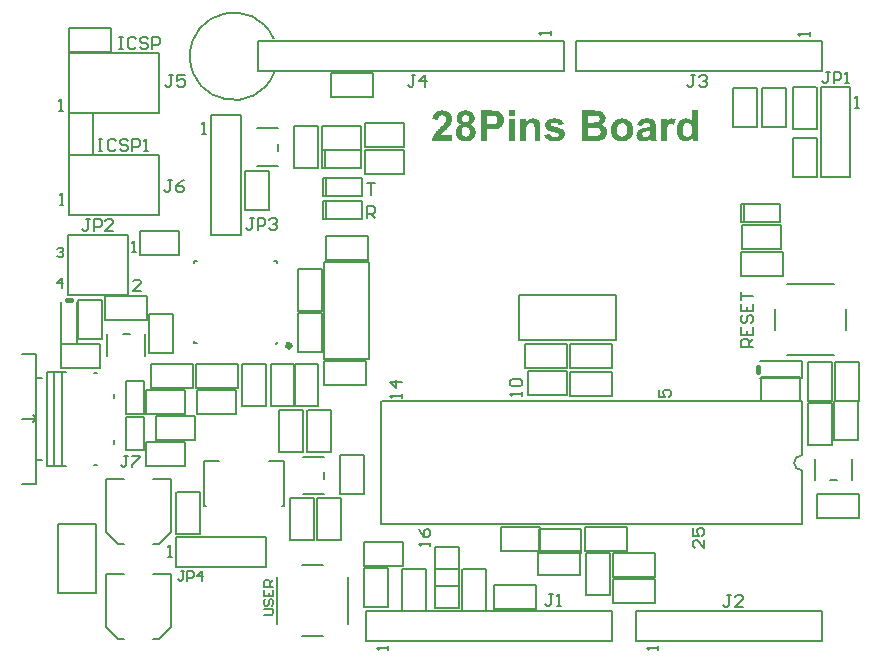
<source format=gto>
G04*
G04 #@! TF.GenerationSoftware,Altium Limited,Altium Designer,21.0.8 (223)*
G04*
G04 Layer_Color=65535*
%FSLAX44Y44*%
%MOMM*%
G71*
G04*
G04 #@! TF.SameCoordinates,CB068B56-A197-48A0-A871-B344E5AE3D22*
G04*
G04*
G04 #@! TF.FilePolarity,Positive*
G04*
G01*
G75*
%ADD10C,0.2000*%
%ADD11C,0.5000*%
%ADD12C,0.4000*%
%ADD13C,0.1500*%
G36*
X390311Y457589D02*
X385392D01*
Y462118D01*
X390311D01*
Y457589D01*
D02*
G37*
G36*
X545650Y436469D02*
X541082D01*
Y439162D01*
X541043Y439084D01*
X540887Y438889D01*
X540614Y438616D01*
X540302Y438264D01*
X539911Y437913D01*
X539443Y437484D01*
X538935Y437132D01*
X538350Y436781D01*
X538271Y436742D01*
X538076Y436664D01*
X537803Y436547D01*
X537413Y436390D01*
X536944Y436234D01*
X536398Y436117D01*
X535851Y436039D01*
X535266Y436000D01*
X534953D01*
X534719Y436039D01*
X534446Y436078D01*
X534133Y436156D01*
X533391Y436312D01*
X532533Y436625D01*
X532064Y436820D01*
X531596Y437093D01*
X531127Y437366D01*
X530698Y437718D01*
X530229Y438108D01*
X529800Y438577D01*
X529761Y438616D01*
X529722Y438694D01*
X529605Y438850D01*
X529449Y439045D01*
X529292Y439318D01*
X529097Y439631D01*
X528863Y440021D01*
X528668Y440451D01*
X528473Y440919D01*
X528238Y441466D01*
X528043Y442051D01*
X527887Y442715D01*
X527731Y443378D01*
X527653Y444120D01*
X527575Y444940D01*
X527536Y445760D01*
Y445799D01*
Y445955D01*
Y446228D01*
X527575Y446541D01*
X527614Y446931D01*
X527653Y447400D01*
X527731Y447907D01*
X527809Y448415D01*
X528082Y449586D01*
X528473Y450796D01*
X528707Y451382D01*
X529019Y451928D01*
X529331Y452475D01*
X529722Y452943D01*
X529761Y452982D01*
X529839Y453060D01*
X529956Y453177D01*
X530112Y453334D01*
X530346Y453529D01*
X530620Y453724D01*
X530932Y453958D01*
X531244Y454193D01*
X531635Y454427D01*
X532064Y454661D01*
X533040Y455051D01*
X533548Y455208D01*
X534133Y455325D01*
X534719Y455403D01*
X535344Y455442D01*
X535656D01*
X535851Y455403D01*
X536124Y455364D01*
X536437Y455286D01*
X537178Y455130D01*
X537998Y454817D01*
X538467Y454583D01*
X538935Y454349D01*
X539365Y454036D01*
X539833Y453685D01*
X540302Y453295D01*
X540731Y452826D01*
Y462118D01*
X545650D01*
Y436469D01*
D02*
G37*
G36*
X523866Y455403D02*
X524295Y455325D01*
X524764Y455208D01*
X525349Y455051D01*
X525935Y454817D01*
X526521Y454505D01*
X524998Y450210D01*
X524959Y450249D01*
X524803Y450328D01*
X524529Y450484D01*
X524256Y450640D01*
X523866Y450757D01*
X523475Y450913D01*
X523085Y450991D01*
X522656Y451030D01*
X522499D01*
X522304Y450991D01*
X522070Y450952D01*
X521797Y450874D01*
X521484Y450796D01*
X521172Y450640D01*
X520899Y450445D01*
X520860Y450406D01*
X520782Y450328D01*
X520665Y450172D01*
X520508Y449976D01*
X520313Y449703D01*
X520118Y449313D01*
X519923Y448883D01*
X519767Y448376D01*
Y448298D01*
X519728Y448219D01*
X519689Y448063D01*
Y447907D01*
X519650Y447673D01*
X519610Y447361D01*
X519571Y447048D01*
X519532Y446658D01*
X519493Y446228D01*
X519454Y445721D01*
Y445135D01*
X519415Y444511D01*
X519376Y443808D01*
Y443027D01*
Y442168D01*
Y436469D01*
X514457D01*
Y455051D01*
X519025D01*
Y452436D01*
X519064Y452475D01*
X519220Y452709D01*
X519454Y453021D01*
X519728Y453412D01*
X520040Y453841D01*
X520391Y454232D01*
X520782Y454583D01*
X521133Y454856D01*
X521172Y454895D01*
X521289Y454934D01*
X521484Y455051D01*
X521758Y455169D01*
X522070Y455247D01*
X522421Y455364D01*
X522812Y455403D01*
X523241Y455442D01*
X523515D01*
X523866Y455403D01*
D02*
G37*
G36*
X406512D02*
X406903Y455364D01*
X407371Y455286D01*
X407879Y455208D01*
X408386Y455051D01*
X408894Y454856D01*
X408972Y454817D01*
X409128Y454739D01*
X409362Y454622D01*
X409635Y454466D01*
X409987Y454232D01*
X410299Y453958D01*
X410650Y453685D01*
X410924Y453334D01*
X410963Y453295D01*
X411041Y453177D01*
X411158Y452982D01*
X411314Y452748D01*
X411470Y452436D01*
X411626Y452084D01*
X411783Y451694D01*
X411900Y451265D01*
Y451226D01*
X411939Y451069D01*
X411978Y450796D01*
X412056Y450445D01*
X412095Y449976D01*
X412134Y449391D01*
X412173Y448727D01*
Y447985D01*
Y436469D01*
X407254D01*
Y445916D01*
Y445955D01*
Y446033D01*
Y446189D01*
Y446385D01*
Y446658D01*
Y446931D01*
X407215Y447517D01*
X407176Y448180D01*
X407098Y448805D01*
X407020Y449352D01*
X406981Y449586D01*
X406903Y449781D01*
Y449820D01*
X406864Y449937D01*
X406786Y450093D01*
X406668Y450289D01*
X406356Y450757D01*
X405888Y451186D01*
X405849Y451226D01*
X405770Y451265D01*
X405614Y451343D01*
X405419Y451460D01*
X405185Y451538D01*
X404873Y451616D01*
X404560Y451655D01*
X404209Y451694D01*
X403975D01*
X403740Y451655D01*
X403428Y451616D01*
X403077Y451538D01*
X402686Y451382D01*
X402296Y451226D01*
X401906Y450991D01*
X401866Y450952D01*
X401749Y450874D01*
X401593Y450718D01*
X401359Y450484D01*
X401164Y450210D01*
X400929Y449898D01*
X400695Y449547D01*
X400539Y449117D01*
Y449078D01*
X400500Y448883D01*
X400422Y448610D01*
X400383Y448180D01*
X400344Y447907D01*
X400305Y447595D01*
X400266Y447243D01*
X400227Y446853D01*
Y446424D01*
X400188Y445955D01*
Y445409D01*
Y444862D01*
Y436469D01*
X395269D01*
Y455051D01*
X399836D01*
Y452319D01*
X399875Y452358D01*
X399953Y452436D01*
X400071Y452592D01*
X400266Y452826D01*
X400500Y453060D01*
X400812Y453295D01*
X401125Y453607D01*
X401515Y453880D01*
X401945Y454154D01*
X402374Y454466D01*
X402882Y454700D01*
X403428Y454973D01*
X404014Y455169D01*
X404599Y455325D01*
X405263Y455403D01*
X405927Y455442D01*
X406200D01*
X406512Y455403D01*
D02*
G37*
G36*
X424861D02*
X425251Y455364D01*
X426071Y455286D01*
X426969Y455130D01*
X427945Y454934D01*
X428804Y454622D01*
X429233Y454427D01*
X429585Y454193D01*
X429624D01*
X429663Y454154D01*
X429897Y453958D01*
X430209Y453685D01*
X430600Y453256D01*
X431029Y452748D01*
X431459Y452123D01*
X431849Y451421D01*
X432161Y450562D01*
X427516Y449703D01*
Y449742D01*
X427438Y449859D01*
X427359Y450054D01*
X427242Y450289D01*
X427086Y450562D01*
X426891Y450835D01*
X426657Y451108D01*
X426344Y451343D01*
X426305Y451382D01*
X426188Y451421D01*
X425993Y451538D01*
X425759Y451655D01*
X425407Y451733D01*
X425017Y451850D01*
X424549Y451889D01*
X424002Y451928D01*
X423690D01*
X423338Y451889D01*
X422909Y451850D01*
X422011Y451694D01*
X421582Y451577D01*
X421230Y451382D01*
X421191D01*
X421152Y451304D01*
X420957Y451108D01*
X420762Y450796D01*
X420723Y450601D01*
X420684Y450367D01*
Y450328D01*
Y450289D01*
X420762Y450054D01*
X420879Y449742D01*
X420996Y449625D01*
X421152Y449469D01*
X421191Y449430D01*
X421308Y449391D01*
X421582Y449273D01*
X421738Y449196D01*
X421972Y449117D01*
X422245Y449000D01*
X422557Y448922D01*
X422948Y448805D01*
X423377Y448649D01*
X423846Y448532D01*
X424392Y448376D01*
X425017Y448219D01*
X425720Y448063D01*
X425759D01*
X425876Y448024D01*
X426110Y447985D01*
X426344Y447907D01*
X426696Y447829D01*
X427047Y447712D01*
X427906Y447478D01*
X428804Y447165D01*
X429702Y446775D01*
X430522Y446346D01*
X430912Y446111D01*
X431224Y445877D01*
X431302Y445799D01*
X431459Y445643D01*
X431732Y445331D01*
X432005Y444940D01*
X432279Y444433D01*
X432552Y443769D01*
X432708Y443066D01*
X432786Y442207D01*
Y442168D01*
Y442090D01*
Y441973D01*
X432747Y441778D01*
X432708Y441583D01*
X432669Y441309D01*
X432513Y440724D01*
X432279Y440021D01*
X431888Y439279D01*
X431654Y438928D01*
X431342Y438538D01*
X431029Y438186D01*
X430639Y437835D01*
X430600D01*
X430561Y437757D01*
X430405Y437679D01*
X430248Y437562D01*
X430014Y437405D01*
X429741Y437249D01*
X429429Y437093D01*
X429077Y436937D01*
X428648Y436742D01*
X428179Y436586D01*
X427672Y436429D01*
X427086Y436273D01*
X426501Y436156D01*
X425837Y436078D01*
X425095Y436039D01*
X424353Y436000D01*
X424002D01*
X423729Y436039D01*
X423416D01*
X423026Y436078D01*
X422636Y436117D01*
X422167Y436195D01*
X421230Y436390D01*
X420215Y436625D01*
X419239Y437015D01*
X418341Y437523D01*
X418302D01*
X418263Y437601D01*
X418146Y437679D01*
X417990Y437796D01*
X417599Y438147D01*
X417170Y438616D01*
X416702Y439201D01*
X416233Y439943D01*
X415804Y440763D01*
X415491Y441700D01*
X420410Y442442D01*
Y442364D01*
X420488Y442207D01*
X420566Y441934D01*
X420684Y441622D01*
X420840Y441270D01*
X421074Y440919D01*
X421347Y440568D01*
X421660Y440255D01*
X421699Y440216D01*
X421855Y440138D01*
X422050Y440021D01*
X422362Y439904D01*
X422753Y439787D01*
X423221Y439670D01*
X423729Y439592D01*
X424353Y439553D01*
X424666D01*
X425017Y439592D01*
X425407Y439631D01*
X425876Y439709D01*
X426344Y439826D01*
X426813Y439982D01*
X427203Y440216D01*
X427242Y440255D01*
X427320Y440294D01*
X427398Y440411D01*
X427555Y440568D01*
X427750Y440997D01*
X427828Y441270D01*
X427867Y441544D01*
Y441583D01*
Y441661D01*
X427828Y441895D01*
X427711Y442168D01*
X427516Y442481D01*
X427438Y442559D01*
X427320Y442598D01*
X427164Y442715D01*
X426930Y442793D01*
X426657Y442910D01*
X426266Y443027D01*
X425837Y443144D01*
X425759D01*
X425564Y443222D01*
X425290Y443261D01*
X424900Y443378D01*
X424431Y443496D01*
X423885Y443613D01*
X423299Y443769D01*
X422675Y443925D01*
X421386Y444277D01*
X420762Y444472D01*
X420137Y444706D01*
X419590Y444901D01*
X419083Y445096D01*
X418654Y445331D01*
X418302Y445526D01*
X418263D01*
X418224Y445604D01*
X417951Y445799D01*
X417599Y446150D01*
X417209Y446619D01*
X416819Y447204D01*
X416467Y447946D01*
X416194Y448766D01*
X416155Y449235D01*
X416116Y449703D01*
Y449742D01*
Y449820D01*
Y449937D01*
X416155Y450093D01*
X416233Y450562D01*
X416350Y451108D01*
X416585Y451772D01*
X416897Y452436D01*
X417365Y453139D01*
X417678Y453451D01*
X417990Y453763D01*
X418029Y453802D01*
X418068Y453841D01*
X418185Y453919D01*
X418341Y454036D01*
X418576Y454154D01*
X418810Y454310D01*
X419122Y454466D01*
X419434Y454622D01*
X419825Y454778D01*
X420293Y454895D01*
X420762Y455051D01*
X421308Y455169D01*
X421894Y455286D01*
X422519Y455364D01*
X423182Y455442D01*
X424549D01*
X424861Y455403D01*
D02*
G37*
G36*
X502823D02*
X503136D01*
X503877Y455364D01*
X504658Y455247D01*
X505478Y455130D01*
X506259Y454934D01*
X506610Y454817D01*
X506923Y454661D01*
X507001Y454622D01*
X507196Y454505D01*
X507469Y454349D01*
X507821Y454114D01*
X508172Y453841D01*
X508562Y453490D01*
X508914Y453099D01*
X509187Y452670D01*
X509226Y452631D01*
X509304Y452436D01*
X509382Y452123D01*
X509538Y451655D01*
X509577Y451382D01*
X509655Y451069D01*
X509694Y450718D01*
X509733Y450289D01*
X509772Y449859D01*
X509812Y449352D01*
X509851Y448844D01*
Y448259D01*
X509772Y442559D01*
Y442520D01*
Y442442D01*
Y442324D01*
Y442168D01*
Y441739D01*
X509812Y441192D01*
Y440607D01*
X509890Y439982D01*
X509929Y439436D01*
X510007Y438928D01*
Y438889D01*
X510046Y438733D01*
X510124Y438499D01*
X510202Y438186D01*
X510319Y437835D01*
X510475Y437405D01*
X510670Y436976D01*
X510905Y436469D01*
X506064D01*
Y436507D01*
X506025Y436547D01*
X505986Y436664D01*
X505947Y436820D01*
X505868Y437015D01*
X505751Y437249D01*
X505673Y437562D01*
X505556Y437874D01*
Y437913D01*
Y437952D01*
X505478Y438108D01*
X505439Y438303D01*
X505400Y438460D01*
X505361Y438420D01*
X505166Y438264D01*
X504931Y438030D01*
X504580Y437757D01*
X504190Y437444D01*
X503721Y437132D01*
X503253Y436859D01*
X502706Y436586D01*
X502628Y436547D01*
X502472Y436507D01*
X502160Y436390D01*
X501769Y436312D01*
X501340Y436195D01*
X500832Y436078D01*
X500247Y436039D01*
X499661Y436000D01*
X499388D01*
X499193Y436039D01*
X498958D01*
X498646Y436078D01*
X498022Y436195D01*
X497280Y436390D01*
X496538Y436625D01*
X495796Y437015D01*
X495132Y437523D01*
X495055Y437601D01*
X494859Y437796D01*
X494625Y438147D01*
X494313Y438616D01*
X494000Y439201D01*
X493766Y439865D01*
X493571Y440646D01*
X493493Y441505D01*
Y441583D01*
Y441778D01*
X493532Y442051D01*
X493571Y442442D01*
X493688Y442871D01*
X493805Y443340D01*
X494000Y443808D01*
X494235Y444277D01*
X494274Y444315D01*
X494391Y444472D01*
X494547Y444706D01*
X494781Y444979D01*
X495055Y445291D01*
X495406Y445604D01*
X495835Y445916D01*
X496304Y446189D01*
X496382Y446228D01*
X496577Y446306D01*
X496889Y446424D01*
X497319Y446580D01*
X497865Y446775D01*
X498529Y446970D01*
X499310Y447165D01*
X500208Y447361D01*
X500247D01*
X500364Y447400D01*
X500520Y447439D01*
X500754Y447478D01*
X501067Y447517D01*
X501379Y447595D01*
X502121Y447751D01*
X502901Y447946D01*
X503682Y448141D01*
X504424Y448337D01*
X504736Y448454D01*
X505010Y448571D01*
Y449039D01*
Y449117D01*
Y449273D01*
X504971Y449508D01*
X504931Y449820D01*
X504853Y450172D01*
X504697Y450484D01*
X504541Y450796D01*
X504307Y451069D01*
X504268Y451108D01*
X504151Y451186D01*
X503995Y451265D01*
X503721Y451382D01*
X503370Y451499D01*
X502901Y451616D01*
X502316Y451655D01*
X501652Y451694D01*
X501418D01*
X501184Y451655D01*
X500910Y451616D01*
X500208Y451460D01*
X499895Y451343D01*
X499583Y451147D01*
X499544Y451108D01*
X499466Y451030D01*
X499310Y450913D01*
X499154Y450718D01*
X498958Y450484D01*
X498763Y450172D01*
X498568Y449781D01*
X498412Y449352D01*
X494000Y450172D01*
Y450210D01*
X494039Y450289D01*
X494078Y450445D01*
X494156Y450601D01*
X494352Y451069D01*
X494586Y451655D01*
X494937Y452319D01*
X495406Y452943D01*
X495952Y453568D01*
X496577Y454114D01*
X496616D01*
X496655Y454154D01*
X496772Y454232D01*
X496928Y454310D01*
X497124Y454427D01*
X497358Y454544D01*
X497631Y454661D01*
X497943Y454778D01*
X498295Y454895D01*
X498724Y455012D01*
X499154Y455130D01*
X499661Y455247D01*
X500169Y455325D01*
X500754Y455403D01*
X501340Y455442D01*
X502550D01*
X502823Y455403D01*
D02*
G37*
G36*
X459060Y462079D02*
X459801Y462040D01*
X460543Y462001D01*
X461246Y461922D01*
X461871Y461844D01*
X461949D01*
X462144Y461805D01*
X462417Y461727D01*
X462769Y461610D01*
X463198Y461493D01*
X463666Y461298D01*
X464096Y461064D01*
X464564Y460790D01*
X464603Y460751D01*
X464760Y460634D01*
X464994Y460478D01*
X465267Y460205D01*
X465540Y459892D01*
X465892Y459541D01*
X466204Y459112D01*
X466516Y458643D01*
X466555Y458565D01*
X466633Y458409D01*
X466790Y458136D01*
X466946Y457784D01*
X467063Y457316D01*
X467219Y456808D01*
X467297Y456262D01*
X467336Y455637D01*
Y455559D01*
Y455325D01*
X467297Y454973D01*
X467219Y454544D01*
X467102Y454036D01*
X466907Y453490D01*
X466673Y452904D01*
X466360Y452319D01*
X466321Y452241D01*
X466165Y452084D01*
X465970Y451811D01*
X465658Y451499D01*
X465267Y451108D01*
X464838Y450757D01*
X464291Y450406D01*
X463705Y450093D01*
X463745D01*
X463823Y450054D01*
X463940Y450015D01*
X464096Y449976D01*
X464525Y449781D01*
X465033Y449547D01*
X465618Y449235D01*
X466204Y448844D01*
X466790Y448337D01*
X467297Y447751D01*
X467336Y447673D01*
X467492Y447478D01*
X467688Y447126D01*
X467961Y446658D01*
X468195Y446072D01*
X468390Y445448D01*
X468546Y444706D01*
X468586Y443886D01*
Y443808D01*
Y443574D01*
X468546Y443261D01*
X468468Y442793D01*
X468390Y442285D01*
X468234Y441700D01*
X468039Y441114D01*
X467766Y440490D01*
X467727Y440411D01*
X467609Y440216D01*
X467414Y439904D01*
X467180Y439553D01*
X466868Y439123D01*
X466477Y438694D01*
X466048Y438225D01*
X465540Y437835D01*
X465462Y437796D01*
X465306Y437679D01*
X464994Y437523D01*
X464564Y437327D01*
X464057Y437093D01*
X463471Y436898D01*
X462808Y436742D01*
X462066Y436625D01*
X461910D01*
X461792Y436586D01*
X461402D01*
X461129Y436547D01*
X460426D01*
X459958Y436507D01*
X458904D01*
X458240Y436469D01*
X447114D01*
Y462118D01*
X458396D01*
X459060Y462079D01*
D02*
G37*
G36*
X390311Y436469D02*
X385392D01*
Y455051D01*
X390311D01*
Y436469D01*
D02*
G37*
G36*
X371845Y462079D02*
X372352D01*
X373406Y462039D01*
X374422Y461962D01*
X374890Y461922D01*
X375319Y461844D01*
X375671Y461805D01*
X375983Y461727D01*
X376022D01*
X376100Y461688D01*
X376178Y461649D01*
X376334Y461610D01*
X376764Y461454D01*
X377271Y461181D01*
X377857Y460868D01*
X378443Y460400D01*
X379067Y459853D01*
X379653Y459190D01*
Y459151D01*
X379731Y459112D01*
X379809Y458994D01*
X379887Y458838D01*
X380004Y458643D01*
X380121Y458409D01*
X380434Y457862D01*
X380707Y457121D01*
X380941Y456262D01*
X381097Y455286D01*
X381175Y454193D01*
Y454154D01*
Y454075D01*
Y453958D01*
Y453802D01*
X381136Y453373D01*
X381058Y452826D01*
X380980Y452201D01*
X380824Y451538D01*
X380590Y450874D01*
X380317Y450249D01*
X380277Y450171D01*
X380160Y449976D01*
X379965Y449703D01*
X379731Y449352D01*
X379419Y448922D01*
X379028Y448493D01*
X378599Y448102D01*
X378130Y447712D01*
X378091Y447673D01*
X377896Y447556D01*
X377623Y447400D01*
X377310Y447243D01*
X376881Y447009D01*
X376451Y446814D01*
X375944Y446658D01*
X375437Y446502D01*
X375358D01*
X375241Y446463D01*
X375085D01*
X374890Y446424D01*
X374656Y446385D01*
X374382Y446345D01*
X374070D01*
X373719Y446306D01*
X373328Y446268D01*
X372899Y446228D01*
X372391Y446189D01*
X371884D01*
X371337Y446150D01*
X366731D01*
Y436469D01*
X361538D01*
Y462118D01*
X371376D01*
X371845Y462079D01*
D02*
G37*
G36*
X329682Y462157D02*
X329994Y462118D01*
X330385Y462079D01*
X330775Y462039D01*
X331244Y461922D01*
X332180Y461688D01*
X333195Y461337D01*
X333664Y461103D01*
X334171Y460829D01*
X334601Y460478D01*
X335030Y460127D01*
X335069Y460088D01*
X335108Y460048D01*
X335225Y459931D01*
X335382Y459775D01*
X335538Y459580D01*
X335733Y459307D01*
X336123Y458721D01*
X336514Y457979D01*
X336865Y457121D01*
X337138Y456144D01*
X337178Y455598D01*
X337216Y455051D01*
Y454973D01*
Y454778D01*
X337178Y454427D01*
X337138Y453997D01*
X337060Y453490D01*
X336943Y452943D01*
X336787Y452319D01*
X336592Y451733D01*
X336553Y451655D01*
X336475Y451460D01*
X336319Y451147D01*
X336123Y450757D01*
X335850Y450249D01*
X335499Y449703D01*
X335069Y449117D01*
X334601Y448493D01*
X334562Y448454D01*
X334445Y448298D01*
X334211Y448024D01*
X333859Y447673D01*
X333430Y447204D01*
X332844Y446619D01*
X332180Y445955D01*
X331361Y445213D01*
X331321Y445174D01*
X331244Y445135D01*
X331126Y445018D01*
X331009Y444862D01*
X330619Y444511D01*
X330150Y444042D01*
X329643Y443574D01*
X329174Y443105D01*
X328745Y442676D01*
X328589Y442520D01*
X328433Y442364D01*
X328394Y442324D01*
X328316Y442246D01*
X328198Y442129D01*
X328081Y441934D01*
X327730Y441544D01*
X327418Y441036D01*
X337216D01*
Y436469D01*
X320000D01*
Y436507D01*
Y436586D01*
X320039Y436742D01*
X320078Y436898D01*
X320117Y437132D01*
X320156Y437405D01*
X320312Y438030D01*
X320508Y438811D01*
X320820Y439631D01*
X321171Y440490D01*
X321640Y441348D01*
Y441387D01*
X321718Y441466D01*
X321796Y441583D01*
X321913Y441778D01*
X322108Y442012D01*
X322303Y442285D01*
X322577Y442637D01*
X322850Y442988D01*
X323201Y443418D01*
X323631Y443886D01*
X324060Y444394D01*
X324568Y444940D01*
X325153Y445526D01*
X325739Y446150D01*
X326442Y446814D01*
X327183Y447517D01*
X327222Y447556D01*
X327340Y447634D01*
X327496Y447829D01*
X327730Y448024D01*
X327964Y448259D01*
X328276Y448571D01*
X328940Y449195D01*
X329643Y449898D01*
X330307Y450601D01*
X330619Y450913D01*
X330892Y451186D01*
X331126Y451460D01*
X331283Y451694D01*
X331321Y451772D01*
X331439Y451967D01*
X331595Y452240D01*
X331790Y452631D01*
X331985Y453099D01*
X332141Y453607D01*
X332258Y454154D01*
X332298Y454700D01*
Y454778D01*
Y454973D01*
X332258Y455286D01*
X332180Y455637D01*
X332063Y456027D01*
X331907Y456457D01*
X331712Y456886D01*
X331400Y457238D01*
X331361Y457277D01*
X331244Y457394D01*
X331048Y457511D01*
X330775Y457706D01*
X330424Y457862D01*
X329994Y457979D01*
X329487Y458097D01*
X328940Y458136D01*
X328706D01*
X328394Y458097D01*
X328081Y458018D01*
X327691Y457901D01*
X327261Y457745D01*
X326871Y457511D01*
X326481Y457199D01*
X326442Y457160D01*
X326324Y457003D01*
X326207Y456808D01*
X326012Y456457D01*
X325856Y456027D01*
X325661Y455520D01*
X325544Y454856D01*
X325466Y454114D01*
X320586Y454583D01*
Y454622D01*
X320625Y454778D01*
Y454973D01*
X320703Y455247D01*
X320742Y455598D01*
X320859Y455949D01*
X320937Y456379D01*
X321093Y456847D01*
X321445Y457784D01*
X321913Y458760D01*
X322225Y459229D01*
X322538Y459658D01*
X322928Y460048D01*
X323318Y460400D01*
X323357Y460439D01*
X323436Y460478D01*
X323553Y460556D01*
X323748Y460673D01*
X323943Y460829D01*
X324216Y460985D01*
X324529Y461142D01*
X324919Y461298D01*
X325309Y461454D01*
X325739Y461610D01*
X326715Y461922D01*
X327808Y462118D01*
X328433Y462196D01*
X329409D01*
X329682Y462157D01*
D02*
G37*
G36*
X482015Y455403D02*
X482366Y455364D01*
X482796Y455286D01*
X483225Y455208D01*
X483733Y455090D01*
X484280Y454934D01*
X484826Y454778D01*
X485412Y454544D01*
X485958Y454271D01*
X486544Y453958D01*
X487129Y453568D01*
X487676Y453177D01*
X488184Y452670D01*
X488223Y452631D01*
X488301Y452553D01*
X488418Y452397D01*
X488613Y452163D01*
X488808Y451928D01*
X489042Y451577D01*
X489277Y451226D01*
X489550Y450796D01*
X489784Y450289D01*
X490018Y449781D01*
X490253Y449196D01*
X490448Y448610D01*
X490643Y447946D01*
X490760Y447243D01*
X490838Y446541D01*
X490877Y445760D01*
Y445721D01*
Y445565D01*
Y445370D01*
X490838Y445057D01*
X490799Y444706D01*
X490721Y444277D01*
X490643Y443808D01*
X490526Y443301D01*
X490409Y442754D01*
X490214Y442207D01*
X489979Y441622D01*
X489745Y441036D01*
X489394Y440451D01*
X489042Y439865D01*
X488613Y439318D01*
X488144Y438772D01*
X488105Y438733D01*
X488027Y438655D01*
X487871Y438499D01*
X487676Y438342D01*
X487403Y438147D01*
X487090Y437913D01*
X486700Y437640D01*
X486270Y437405D01*
X485802Y437132D01*
X485294Y436859D01*
X484748Y436625D01*
X484123Y436429D01*
X483499Y436273D01*
X482796Y436117D01*
X482054Y436039D01*
X481312Y436000D01*
X480883D01*
X480649Y436039D01*
X480376Y436078D01*
X479751Y436156D01*
X479009Y436273D01*
X478189Y436469D01*
X477330Y436742D01*
X476471Y437132D01*
X476432D01*
X476354Y437171D01*
X476237Y437249D01*
X476081Y437366D01*
X475691Y437640D01*
X475183Y437991D01*
X474598Y438460D01*
X474012Y439045D01*
X473465Y439748D01*
X472958Y440529D01*
Y440568D01*
X472919Y440646D01*
X472841Y440763D01*
X472763Y440919D01*
X472685Y441153D01*
X472607Y441387D01*
X472490Y441700D01*
X472372Y442051D01*
X472177Y442832D01*
X471982Y443769D01*
X471826Y444823D01*
X471787Y445955D01*
Y445994D01*
Y446072D01*
Y446189D01*
X471826Y446385D01*
Y446580D01*
X471865Y446853D01*
X471943Y447478D01*
X472060Y448219D01*
X472294Y449000D01*
X472567Y449859D01*
X472958Y450718D01*
Y450757D01*
X472997Y450835D01*
X473075Y450952D01*
X473192Y451108D01*
X473465Y451499D01*
X473856Y452006D01*
X474324Y452592D01*
X474910Y453177D01*
X475574Y453724D01*
X476354Y454232D01*
X476393D01*
X476471Y454271D01*
X476589Y454349D01*
X476745Y454427D01*
X476940Y454505D01*
X477213Y454622D01*
X477799Y454856D01*
X478541Y455051D01*
X479399Y455247D01*
X480297Y455403D01*
X481312Y455442D01*
X481703D01*
X482015Y455403D01*
D02*
G37*
G36*
X349397Y462157D02*
X349709D01*
X350061Y462118D01*
X350451Y462039D01*
X350881Y461962D01*
X351778Y461727D01*
X352715Y461415D01*
X353652Y460946D01*
X354082Y460634D01*
X354472Y460322D01*
X354511Y460283D01*
X354550Y460244D01*
X354667Y460127D01*
X354785Y459970D01*
X355097Y459580D01*
X355487Y459034D01*
X355878Y458331D01*
X356190Y457511D01*
X356424Y456613D01*
X356463Y456105D01*
X356502Y455559D01*
Y455481D01*
Y455247D01*
X356463Y454934D01*
X356385Y454505D01*
X356268Y453997D01*
X356112Y453490D01*
X355878Y452943D01*
X355565Y452397D01*
X355526Y452319D01*
X355409Y452163D01*
X355175Y451928D01*
X354902Y451616D01*
X354511Y451265D01*
X354082Y450913D01*
X353535Y450601D01*
X352950Y450289D01*
X352989D01*
X353028Y450249D01*
X353145Y450210D01*
X353301Y450132D01*
X353691Y449937D01*
X354160Y449664D01*
X354667Y449313D01*
X355214Y448883D01*
X355721Y448376D01*
X356190Y447790D01*
X356229Y447712D01*
X356385Y447517D01*
X356541Y447165D01*
X356776Y446697D01*
X356971Y446150D01*
X357166Y445487D01*
X357283Y444745D01*
X357322Y443964D01*
Y443925D01*
Y443808D01*
Y443613D01*
X357283Y443378D01*
X357244Y443066D01*
X357205Y442715D01*
X357127Y442324D01*
X357049Y441895D01*
X356776Y440997D01*
X356580Y440529D01*
X356346Y440021D01*
X356073Y439553D01*
X355799Y439084D01*
X355409Y438616D01*
X355019Y438186D01*
X354980Y438147D01*
X354902Y438108D01*
X354785Y437991D01*
X354589Y437835D01*
X354394Y437679D01*
X354121Y437483D01*
X353769Y437288D01*
X353418Y437093D01*
X353028Y436898D01*
X352559Y436703D01*
X352052Y436507D01*
X351544Y436351D01*
X350959Y436195D01*
X350334Y436078D01*
X349709Y436039D01*
X349007Y436000D01*
X348655D01*
X348421Y436039D01*
X348109D01*
X347757Y436117D01*
X347367Y436156D01*
X346977Y436234D01*
X346040Y436469D01*
X345064Y436781D01*
X344088Y437249D01*
X343619Y437523D01*
X343190Y437835D01*
X343151Y437874D01*
X343073Y437952D01*
X342955Y438069D01*
X342760Y438225D01*
X342565Y438460D01*
X342331Y438733D01*
X342096Y439045D01*
X341823Y439397D01*
X341589Y439787D01*
X341316Y440216D01*
X341082Y440724D01*
X340886Y441231D01*
X340691Y441817D01*
X340574Y442442D01*
X340496Y443066D01*
X340457Y443769D01*
Y443808D01*
Y443847D01*
Y443964D01*
Y444120D01*
X340496Y444511D01*
X340574Y445018D01*
X340691Y445604D01*
X340886Y446268D01*
X341120Y446931D01*
X341472Y447595D01*
Y447634D01*
X341511Y447673D01*
X341667Y447868D01*
X341901Y448219D01*
X342253Y448610D01*
X342721Y449039D01*
X343268Y449469D01*
X343931Y449898D01*
X344712Y450289D01*
X344673D01*
X344634Y450328D01*
X344400Y450445D01*
X344088Y450601D01*
X343658Y450874D01*
X343229Y451147D01*
X342760Y451538D01*
X342331Y451967D01*
X341979Y452475D01*
X341940Y452553D01*
X341862Y452709D01*
X341706Y453021D01*
X341550Y453373D01*
X341394Y453841D01*
X341238Y454388D01*
X341160Y454934D01*
X341120Y455559D01*
Y455598D01*
Y455676D01*
Y455832D01*
X341160Y456027D01*
X341199Y456301D01*
X341238Y456574D01*
X341355Y457238D01*
X341589Y457979D01*
X341979Y458799D01*
X342175Y459190D01*
X342448Y459580D01*
X342760Y459970D01*
X343112Y460322D01*
X343151Y460361D01*
X343190Y460400D01*
X343307Y460478D01*
X343463Y460634D01*
X343697Y460751D01*
X343931Y460907D01*
X344244Y461103D01*
X344556Y461259D01*
X344946Y461454D01*
X345376Y461610D01*
X345844Y461766D01*
X346352Y461922D01*
X346898Y462039D01*
X347484Y462118D01*
X348148Y462157D01*
X348811Y462196D01*
X349163D01*
X349397Y462157D01*
D02*
G37*
%LPC*%
G36*
X536632Y451694D02*
X536554D01*
X536359Y451655D01*
X536046Y451616D01*
X535617Y451538D01*
X535187Y451343D01*
X534680Y451108D01*
X534211Y450757D01*
X533743Y450289D01*
X533704Y450210D01*
X533548Y450015D01*
X533391Y449703D01*
X533157Y449235D01*
X532962Y448649D01*
X532767Y447946D01*
X532611Y447087D01*
X532572Y446111D01*
Y446072D01*
Y445994D01*
Y445838D01*
Y445604D01*
X532611Y445370D01*
Y445096D01*
X532689Y444433D01*
X532767Y443730D01*
X532884Y443027D01*
X533079Y442364D01*
X533235Y442051D01*
X533353Y441778D01*
Y441739D01*
X533391Y441700D01*
X533587Y441466D01*
X533860Y441192D01*
X534211Y440841D01*
X534680Y440490D01*
X535266Y440177D01*
X535929Y439943D01*
X536281Y439904D01*
X536671Y439865D01*
X536749D01*
X536944Y439904D01*
X537257Y439943D01*
X537647Y440060D01*
X538115Y440216D01*
X538584Y440490D01*
X539052Y440841D01*
X539521Y441310D01*
X539560Y441387D01*
X539716Y441583D01*
X539911Y441934D01*
X540145Y442403D01*
X540341Y442988D01*
X540536Y443730D01*
X540692Y444628D01*
X540731Y445643D01*
Y445682D01*
Y445799D01*
Y445955D01*
Y446150D01*
X540692Y446424D01*
X540653Y446736D01*
X540575Y447439D01*
X540458Y448181D01*
X540224Y448922D01*
X539950Y449664D01*
X539755Y449976D01*
X539560Y450250D01*
X539521Y450328D01*
X539365Y450484D01*
X539091Y450718D01*
X538779Y450991D01*
X538350Y451226D01*
X537842Y451460D01*
X537257Y451616D01*
X536632Y451694D01*
D02*
G37*
G36*
X505010Y445370D02*
X504971D01*
X504814Y445291D01*
X504580Y445252D01*
X504268Y445135D01*
X503838Y445018D01*
X503331Y444901D01*
X502706Y444745D01*
X502004Y444589D01*
X501926D01*
X501691Y444511D01*
X501340Y444433D01*
X500910Y444315D01*
X500481Y444198D01*
X500013Y444042D01*
X499661Y443886D01*
X499349Y443730D01*
X499310Y443691D01*
X499193Y443613D01*
X499036Y443457D01*
X498880Y443261D01*
X498724Y443027D01*
X498568Y442715D01*
X498451Y442402D01*
X498412Y442012D01*
Y441973D01*
Y441856D01*
X498451Y441622D01*
X498490Y441387D01*
X498607Y441114D01*
X498724Y440802D01*
X498919Y440490D01*
X499154Y440216D01*
X499193Y440177D01*
X499310Y440099D01*
X499466Y439982D01*
X499700Y439865D01*
X499973Y439709D01*
X500325Y439592D01*
X500676Y439514D01*
X501106Y439475D01*
X501340D01*
X501574Y439514D01*
X501926Y439592D01*
X502316Y439670D01*
X502745Y439826D01*
X503175Y440060D01*
X503643Y440333D01*
X503682Y440373D01*
X503799Y440451D01*
X503917Y440607D01*
X504112Y440802D01*
X504307Y441036D01*
X504502Y441309D01*
X504658Y441622D01*
X504814Y441973D01*
Y442012D01*
X504853Y442090D01*
X504893Y442246D01*
X504931Y442520D01*
Y442832D01*
X504971Y443261D01*
X505010Y443730D01*
Y444355D01*
Y445370D01*
D02*
G37*
G36*
X457498Y457862D02*
X452306D01*
Y451928D01*
X457264D01*
X457928Y451967D01*
X459060D01*
X459294Y452006D01*
X459528D01*
X459684Y452045D01*
X459919Y452084D01*
X460192Y452163D01*
X460543Y452280D01*
X460895Y452436D01*
X461207Y452670D01*
X461519Y452904D01*
X461558Y452943D01*
X461636Y453060D01*
X461754Y453217D01*
X461910Y453451D01*
X462066Y453763D01*
X462183Y454075D01*
X462261Y454505D01*
X462300Y454934D01*
Y454973D01*
Y455130D01*
X462261Y455364D01*
X462222Y455598D01*
X462144Y455910D01*
X462027Y456223D01*
X461871Y456535D01*
X461636Y456847D01*
X461597Y456886D01*
X461519Y456964D01*
X461363Y457081D01*
X461129Y457238D01*
X460856Y457394D01*
X460543Y457550D01*
X460153Y457667D01*
X459684Y457745D01*
X459645D01*
X459489Y457784D01*
X459060D01*
X458825Y457823D01*
X457889D01*
X457498Y457862D01*
D02*
G37*
G36*
X457654Y447673D02*
X452306D01*
Y440802D01*
X458006D01*
X458552Y440841D01*
X459177D01*
X459762Y440880D01*
X460270Y440919D01*
X460465D01*
X460621Y440958D01*
X460660D01*
X460817Y440997D01*
X461012Y441075D01*
X461285Y441153D01*
X461558Y441309D01*
X461910Y441466D01*
X462222Y441700D01*
X462495Y441973D01*
X462534Y442012D01*
X462612Y442129D01*
X462729Y442324D01*
X462886Y442559D01*
X463003Y442871D01*
X463120Y443261D01*
X463198Y443691D01*
X463237Y444159D01*
Y444198D01*
Y444355D01*
X463198Y444550D01*
X463159Y444823D01*
X463081Y445135D01*
X463003Y445448D01*
X462847Y445799D01*
X462651Y446111D01*
X462612Y446150D01*
X462534Y446228D01*
X462417Y446385D01*
X462261Y446580D01*
X462027Y446775D01*
X461754Y446970D01*
X461441Y447126D01*
X461051Y447282D01*
X461012D01*
X460817Y447361D01*
X460543Y447400D01*
X460309Y447439D01*
X460075Y447478D01*
X459801Y447517D01*
X459450Y447556D01*
X459099Y447595D01*
X458669D01*
X458201Y447634D01*
X457654Y447673D01*
D02*
G37*
G36*
X370596Y457784D02*
X366731D01*
Y450484D01*
X370283D01*
X370556Y450523D01*
X371181D01*
X371884Y450562D01*
X372548Y450640D01*
X373133Y450757D01*
X373406Y450796D01*
X373602Y450874D01*
X373641Y450913D01*
X373758Y450952D01*
X373953Y451030D01*
X374187Y451186D01*
X374460Y451343D01*
X374734Y451577D01*
X375007Y451811D01*
X375241Y452123D01*
X375280Y452163D01*
X375319Y452280D01*
X375437Y452475D01*
X375554Y452709D01*
X375632Y452982D01*
X375749Y453334D01*
X375788Y453724D01*
X375827Y454114D01*
Y454193D01*
Y454349D01*
X375788Y454622D01*
X375710Y454934D01*
X375632Y455286D01*
X375476Y455676D01*
X375280Y456066D01*
X375007Y456418D01*
X374968Y456457D01*
X374851Y456574D01*
X374695Y456730D01*
X374422Y456925D01*
X374148Y457121D01*
X373758Y457316D01*
X373367Y457472D01*
X372899Y457589D01*
X372860D01*
X372704Y457628D01*
X372469Y457667D01*
X372118Y457706D01*
X371611D01*
X370947Y457745D01*
X370596Y457784D01*
D02*
G37*
G36*
X481312Y451421D02*
X481234D01*
X481000Y451382D01*
X480649Y451343D01*
X480180Y451226D01*
X479673Y451069D01*
X479165Y450796D01*
X478619Y450445D01*
X478111Y449937D01*
X478072Y449859D01*
X477916Y449664D01*
X477721Y449313D01*
X477486Y448844D01*
X477213Y448259D01*
X477018Y447517D01*
X476862Y446697D01*
X476823Y445721D01*
Y445682D01*
Y445604D01*
Y445448D01*
X476862Y445252D01*
Y445018D01*
X476901Y444784D01*
X476979Y444159D01*
X477135Y443457D01*
X477369Y442754D01*
X477682Y442090D01*
X478111Y441466D01*
X478189Y441387D01*
X478345Y441231D01*
X478619Y440997D01*
X479009Y440763D01*
X479478Y440490D01*
X480024Y440255D01*
X480610Y440099D01*
X481312Y440021D01*
X481390D01*
X481625Y440060D01*
X481976Y440099D01*
X482445Y440216D01*
X482952Y440373D01*
X483460Y440646D01*
X484006Y440997D01*
X484514Y441466D01*
X484553Y441544D01*
X484709Y441739D01*
X484943Y442090D01*
X485177Y442559D01*
X485412Y443144D01*
X485646Y443886D01*
X485802Y444745D01*
X485841Y445721D01*
Y445760D01*
Y445838D01*
Y445994D01*
Y446189D01*
X485802Y446385D01*
X485763Y446658D01*
X485685Y447282D01*
X485529Y447946D01*
X485294Y448649D01*
X484943Y449313D01*
X484514Y449937D01*
X484475Y450015D01*
X484280Y450172D01*
X484006Y450406D01*
X483616Y450679D01*
X483186Y450952D01*
X482640Y451186D01*
X482015Y451343D01*
X481312Y451421D01*
D02*
G37*
G36*
X348850Y458292D02*
X348616D01*
X348343Y458253D01*
X348031Y458175D01*
X347679Y458097D01*
X347289Y457940D01*
X346937Y457706D01*
X346586Y457433D01*
X346547Y457394D01*
X346469Y457277D01*
X346313Y457081D01*
X346196Y456847D01*
X346040Y456535D01*
X345883Y456144D01*
X345805Y455715D01*
X345766Y455208D01*
Y455130D01*
Y454973D01*
X345805Y454700D01*
X345883Y454388D01*
X345961Y454036D01*
X346118Y453646D01*
X346313Y453295D01*
X346586Y452943D01*
X346625Y452904D01*
X346742Y452826D01*
X346937Y452670D01*
X347172Y452553D01*
X347484Y452397D01*
X347874Y452240D01*
X348304Y452163D01*
X348811Y452123D01*
X349046D01*
X349280Y452163D01*
X349592Y452240D01*
X349944Y452319D01*
X350334Y452475D01*
X350685Y452670D01*
X351037Y452943D01*
X351076Y452982D01*
X351154Y453099D01*
X351310Y453295D01*
X351466Y453529D01*
X351622Y453880D01*
X351778Y454271D01*
X351856Y454739D01*
X351895Y455247D01*
Y455325D01*
Y455481D01*
X351856Y455715D01*
X351778Y456027D01*
X351700Y456379D01*
X351544Y456730D01*
X351310Y457121D01*
X351037Y457433D01*
X350998Y457472D01*
X350881Y457550D01*
X350724Y457706D01*
X350451Y457862D01*
X350139Y458018D01*
X349787Y458175D01*
X349319Y458253D01*
X348850Y458292D01*
D02*
G37*
G36*
Y448219D02*
X348538D01*
X348226Y448141D01*
X347835Y448063D01*
X347406Y447907D01*
X346977Y447712D01*
X346547Y447400D01*
X346157Y446970D01*
X346118Y446931D01*
X346040Y446736D01*
X345883Y446502D01*
X345727Y446150D01*
X345571Y445760D01*
X345415Y445291D01*
X345337Y444784D01*
X345298Y444237D01*
Y444198D01*
Y444159D01*
Y443886D01*
X345337Y443535D01*
X345415Y443066D01*
X345532Y442559D01*
X345727Y442051D01*
X345961Y441544D01*
X346313Y441075D01*
X346352Y441036D01*
X346508Y440919D01*
X346742Y440724D01*
X347055Y440529D01*
X347406Y440294D01*
X347874Y440138D01*
X348382Y439982D01*
X348928Y439943D01*
X349202D01*
X349475Y440021D01*
X349826Y440099D01*
X350217Y440216D01*
X350646Y440411D01*
X351076Y440685D01*
X351466Y441036D01*
X351505Y441075D01*
X351622Y441231D01*
X351778Y441505D01*
X351974Y441856D01*
X352169Y442285D01*
X352325Y442832D01*
X352442Y443457D01*
X352481Y444198D01*
Y444237D01*
Y444276D01*
Y444511D01*
X352442Y444823D01*
X352364Y445252D01*
X352208Y445682D01*
X352052Y446189D01*
X351778Y446658D01*
X351427Y447087D01*
X351388Y447126D01*
X351232Y447282D01*
X351037Y447439D01*
X350724Y447673D01*
X350334Y447868D01*
X349905Y448063D01*
X349397Y448180D01*
X348850Y448219D01*
D02*
G37*
%LPD*%
D10*
X186186Y523083D02*
G03*
X186699Y494122I-33786J-15083D01*
G01*
X633350Y170180D02*
G03*
X633350Y157480I0J-6350D01*
G01*
X78780Y284840D02*
Y304760D01*
X43220Y284840D02*
Y304760D01*
Y284840D02*
X78780D01*
X43220Y305160D02*
X78780D01*
X58500Y272500D02*
X64500D01*
X77500Y254500D02*
Y272500D01*
X45500Y254500D02*
Y272500D01*
X182160Y377490D02*
Y410510D01*
X161840D02*
X182160D01*
X161840Y377490D02*
Y410510D01*
Y377490D02*
X182160D01*
X263740Y431340D02*
Y451660D01*
X296760D01*
Y431340D02*
Y451660D01*
X263740Y431340D02*
X296760D01*
X263740Y408340D02*
X296760D01*
Y428660D01*
X263740D02*
X296760D01*
X263740Y408340D02*
Y428660D01*
X106510Y339840D02*
Y360160D01*
X73490Y339840D02*
X106510D01*
X73490D02*
Y360160D01*
X106510D01*
X78490Y204840D02*
X111510D01*
Y225160D01*
X78490D02*
X111510D01*
X78490Y204840D02*
Y225160D01*
X86990Y182840D02*
Y203160D01*
X120010D01*
Y182840D02*
Y203160D01*
X86990Y182840D02*
X120010D01*
X78490Y181160D02*
X111510D01*
X78490Y160840D02*
Y181160D01*
Y160840D02*
X111510D01*
Y181160D01*
X206840Y257490D02*
X227160D01*
X206840D02*
Y290510D01*
X227160D01*
Y257490D02*
Y290510D01*
X620160Y448490D02*
Y481510D01*
X599840D02*
X620160D01*
X599840Y448490D02*
Y481510D01*
Y448490D02*
X620160D01*
X574840D02*
X595160D01*
X574840D02*
Y481510D01*
X595160D01*
Y448490D02*
Y481510D01*
X646160Y405490D02*
Y438510D01*
X625840D02*
X646160D01*
X625840Y405490D02*
Y438510D01*
Y405490D02*
X646160D01*
X411510Y88840D02*
Y109160D01*
X378490Y88840D02*
X411510D01*
X378490D02*
Y109160D01*
X411510D01*
X227490Y449160D02*
X260510D01*
X227490Y428840D02*
Y449160D01*
Y428840D02*
X260510D01*
Y449160D01*
X434510Y220840D02*
Y241160D01*
X401490Y220840D02*
X434510D01*
X401490D02*
Y241160D01*
X434510D01*
X582490Y365160D02*
X615510D01*
X582490Y344840D02*
Y365160D01*
Y344840D02*
X615510D01*
Y365160D01*
X242840Y137490D02*
X263160D01*
X242840D02*
Y170510D01*
X263160D01*
Y137490D02*
Y170510D01*
X5990Y243840D02*
X39010D01*
Y264160D01*
X5990D02*
X39010D01*
X5990Y243840D02*
Y264160D01*
X638840Y249510D02*
X659160D01*
Y216490D02*
Y249510D01*
X638840Y216490D02*
X659160D01*
X638840D02*
Y249510D01*
X262490Y97160D02*
X295510D01*
X262490Y76840D02*
Y97160D01*
Y76840D02*
X295510D01*
Y97160D01*
X121490Y204840D02*
Y225160D01*
X154510D01*
Y204840D02*
Y225160D01*
X121490Y204840D02*
X154510D01*
X343160Y40490D02*
Y73510D01*
X322840D02*
X343160D01*
X322840Y40490D02*
Y73510D01*
Y40490D02*
X343160D01*
X322840Y59490D02*
X343160D01*
X322840D02*
Y92510D01*
X343160D01*
Y59490D02*
Y92510D01*
X80840Y256490D02*
Y289510D01*
Y256490D02*
X101160D01*
Y289510D01*
X80840D02*
X101160D01*
X598490Y215840D02*
Y236160D01*
X631510D01*
Y215840D02*
Y236160D01*
X598490Y215840D02*
X631510D01*
X681160Y183490D02*
Y216510D01*
X660840D02*
X681160D01*
X660840Y183490D02*
Y216510D01*
Y183490D02*
X681160D01*
X20840Y268490D02*
X41160D01*
X20840D02*
Y301510D01*
X41160D01*
Y268490D02*
Y301510D01*
X661840Y216490D02*
Y249510D01*
Y216490D02*
X682160D01*
Y249510D01*
X661840D02*
X682160D01*
X262840Y74510D02*
X283160D01*
Y41490D02*
Y74510D01*
X262840Y41490D02*
X283160D01*
X262840D02*
Y74510D01*
X6000Y264000D02*
Y300000D01*
Y264000D02*
X20000D01*
Y300000D01*
X598000Y250000D02*
X634000D01*
Y236000D02*
Y250000D01*
X598000Y236000D02*
X634000D01*
X671000Y276000D02*
Y294000D01*
X611000Y276000D02*
Y294000D01*
X621000Y315000D02*
X661000D01*
X621000Y255000D02*
X661000D01*
X249000Y27000D02*
Y67000D01*
X189000Y27000D02*
Y67000D01*
X210000Y17000D02*
X228000D01*
X210000Y77000D02*
X228000D01*
X103500Y75300D02*
X179700D01*
Y100664D01*
X103500D02*
X179700D01*
X103500Y75300D02*
Y100664D01*
X127000Y127000D02*
Y165000D01*
X140000D01*
X182000D02*
X195000D01*
Y127000D02*
Y165000D01*
X193000Y127000D02*
X195000D01*
X127000D02*
X129000D01*
X158700Y357100D02*
Y458700D01*
X133300Y357100D02*
Y458700D01*
X158700D01*
X133300Y357100D02*
X158700D01*
X11900Y305900D02*
Y356700D01*
Y305900D02*
X62700D01*
X11900Y356700D02*
X62700D01*
Y305900D02*
Y356700D01*
X649300Y405500D02*
Y481700D01*
Y405500D02*
X674664D01*
Y481700D01*
X649300D02*
X674664D01*
X7370Y161023D02*
Y240511D01*
Y234000D02*
Y240511D01*
X370Y163000D02*
Y239329D01*
Y161138D02*
Y163000D01*
Y238000D02*
Y240657D01*
X-5630Y161000D02*
X10370D01*
X-5630D02*
Y241000D01*
X10370D01*
X51370Y180000D02*
Y183000D01*
Y219000D02*
Y222000D01*
X34370Y162000D02*
X36370D01*
X34370Y240000D02*
X36370D01*
X-14630Y146000D02*
Y256000D01*
X-26630Y146000D02*
X-14630D01*
X-26630Y256000D02*
X-14630D01*
X-14283Y236000D02*
X-9630D01*
X-14488Y166000D02*
X-9630D01*
X-26630Y201000D02*
X-14630D01*
X-17630Y204000D02*
X-14630Y201000D01*
X-17630Y204000D02*
X-14630Y201000D01*
X-17630Y198000D02*
X-14630Y201000D01*
X12700Y373380D02*
Y424180D01*
Y373380D02*
X88900D01*
X12700Y424180D02*
X88900D01*
Y373380D02*
Y424180D01*
Y459740D02*
Y510540D01*
X12700D02*
X88900D01*
X12700Y459740D02*
X88900D01*
X12700D02*
Y510540D01*
X13220Y532160D02*
X48780D01*
X13220Y511840D02*
X48780D01*
X13220D02*
Y531760D01*
X48780Y511840D02*
Y531760D01*
X431800Y495300D02*
Y520700D01*
X172720Y495300D02*
X431800D01*
X172720D02*
Y520700D01*
X431800D01*
X650240Y495300D02*
Y520700D01*
X441960Y495300D02*
X650240D01*
X441960Y501650D02*
Y514350D01*
Y520700D02*
X650240D01*
X441960Y514350D02*
Y520700D01*
Y495300D02*
Y501650D01*
X492760Y12700D02*
Y38100D01*
X650240D01*
Y19050D02*
Y31750D01*
X492760Y12700D02*
X650240D01*
Y19050D01*
Y31750D02*
Y38100D01*
X264160Y12700D02*
Y38100D01*
X472440D01*
Y19050D02*
Y31750D01*
X264160Y12700D02*
X472440D01*
Y19050D01*
Y31750D02*
Y38100D01*
X681780Y116840D02*
Y136760D01*
X646220Y116840D02*
Y136760D01*
Y116840D02*
X681780D01*
X646220Y137160D02*
X681780D01*
X676250Y149000D02*
Y167000D01*
X644250Y149000D02*
Y167000D01*
X657250Y149000D02*
X663250D01*
X446280Y87840D02*
Y107760D01*
X410720Y87840D02*
Y107760D01*
Y87840D02*
X446280D01*
X410720Y108160D02*
X446280D01*
X204240Y247280D02*
X224160D01*
X204240Y211720D02*
X224160D01*
Y247280D01*
X203840Y211720D02*
Y247280D01*
X183840Y211720D02*
X203760D01*
X183840Y247280D02*
X203760D01*
X183840Y211720D02*
Y247280D01*
X204160Y211720D02*
Y247280D01*
X159840Y211720D02*
X179760D01*
X159840Y247280D02*
X179760D01*
X159840Y211720D02*
Y247280D01*
X180160Y211720D02*
Y247280D01*
X264780Y229840D02*
Y249760D01*
X229220Y229840D02*
Y249760D01*
Y229840D02*
X264780D01*
X229220Y250160D02*
X264780D01*
X13240Y459780D02*
X33160D01*
X13240Y424220D02*
X33160D01*
Y459780D01*
X12840Y424220D02*
Y459780D01*
X437470Y240910D02*
X473030D01*
X437470Y220590D02*
X473030D01*
X437470D02*
Y240510D01*
X473030Y220590D02*
Y240510D01*
X633550Y170180D02*
Y215830D01*
X277950D02*
X633550D01*
X277550Y111830D02*
Y215830D01*
X633550Y111830D02*
Y157480D01*
X277950Y111830D02*
X633550D01*
X211160Y173220D02*
Y208780D01*
X190840Y173220D02*
Y208780D01*
X210760D01*
X190840Y173220D02*
X210760D01*
X228220Y370380D02*
X230760D01*
X228220Y385620D02*
X230760D01*
X228220Y370380D02*
Y385620D01*
X230760Y370380D02*
Y385620D01*
X261240D01*
Y370380D02*
Y385620D01*
X230760Y370380D02*
X261240D01*
X228220Y389380D02*
X230760D01*
X228220Y404620D02*
X230760D01*
X228220Y389380D02*
Y404620D01*
X230760Y389380D02*
Y404620D01*
X261240D01*
Y389380D02*
Y404620D01*
X230760Y389380D02*
X261240D01*
X206840Y292220D02*
Y327780D01*
X227160Y292220D02*
Y327780D01*
X207240Y292220D02*
X227160D01*
X207240Y327780D02*
X227160D01*
X119000Y265000D02*
X121000D01*
X119000D02*
Y267000D01*
Y333000D02*
Y335000D01*
X121000D01*
X187000D02*
X189000D01*
Y333000D02*
Y335000D01*
X188000Y264000D02*
X190000Y266000D01*
X36000Y54000D02*
Y112000D01*
X4000Y54000D02*
X36000D01*
X4000D02*
Y112000D01*
X36000D01*
X89500Y14500D02*
X99500Y24500D01*
X84500Y14500D02*
X89500D01*
X44500Y24500D02*
X54500Y14500D01*
X59500D01*
X99500Y24500D02*
Y69500D01*
X84500D02*
X99500D01*
X44500D02*
X59500D01*
X44500Y24500D02*
Y69500D01*
X89500Y95000D02*
X99500Y105000D01*
X84500Y95000D02*
X89500D01*
X44500Y105000D02*
X54500Y95000D01*
X59500D01*
X99500Y105000D02*
Y150000D01*
X84500D02*
X99500D01*
X44500D02*
X59500D01*
X44500Y105000D02*
Y150000D01*
X120220Y247160D02*
X155780D01*
X120220Y226840D02*
X155780D01*
X120220D02*
Y246760D01*
X155780Y226840D02*
Y246760D01*
X230220Y356160D02*
X265780D01*
X230220Y335840D02*
X265780D01*
X230220D02*
Y355760D01*
X265780Y335840D02*
Y355760D01*
X76620Y175030D02*
Y202970D01*
X61380D02*
X76620D01*
X61380Y175030D02*
Y202970D01*
Y175030D02*
X76620D01*
X61380Y205030D02*
Y232970D01*
Y205030D02*
X76620D01*
Y232970D01*
X61380D02*
X76620D01*
X229000Y252000D02*
X267000D01*
X229000D02*
Y334000D01*
X267000D01*
Y252000D02*
Y334000D01*
X646160Y446220D02*
Y481780D01*
X625840Y446220D02*
Y481780D01*
X645760D01*
X625840Y446220D02*
X645760D01*
X199840Y98220D02*
Y133780D01*
X220160Y98220D02*
Y133780D01*
X200240Y98220D02*
X220160D01*
X200240Y133780D02*
X220160D01*
X103840Y103220D02*
Y138780D01*
X124160Y103220D02*
Y138780D01*
X104240Y103220D02*
X124160D01*
X104240Y138780D02*
X124160D01*
X473220Y44840D02*
X508780D01*
X473220Y65160D02*
X508780D01*
Y45240D02*
Y65160D01*
X473220Y45240D02*
Y65160D01*
X582220Y321840D02*
X617780D01*
X582220Y342160D02*
X617780D01*
Y322240D02*
Y342160D01*
X582220Y322240D02*
Y342160D01*
X345840Y38220D02*
Y73780D01*
X366160Y38220D02*
Y73780D01*
X346240Y38220D02*
X366160D01*
X346240Y73780D02*
X366160D01*
X294840Y38220D02*
Y73780D01*
X315160Y38220D02*
Y73780D01*
X295240Y38220D02*
X315160D01*
X295240Y73780D02*
X315160D01*
X373220Y60160D02*
X408780D01*
X373220Y39840D02*
X408780D01*
X373220D02*
Y59760D01*
X408780Y39840D02*
Y59760D01*
X473220Y66840D02*
X508780D01*
X473220Y87160D02*
X508780D01*
Y67240D02*
Y87160D01*
X473220Y67240D02*
Y87160D01*
X235220Y494160D02*
X270780D01*
X235220Y473840D02*
X270780D01*
X235220D02*
Y493760D01*
X270780Y473840D02*
Y493760D01*
X471160Y52220D02*
Y87780D01*
X450840Y52220D02*
Y87780D01*
X470760D01*
X450840Y52220D02*
X470760D01*
X410095Y68840D02*
X445655D01*
X410095Y89160D02*
X445655D01*
Y69240D02*
Y89160D01*
X410095Y69240D02*
Y89160D01*
X450220Y88840D02*
X485780D01*
X450220Y109160D02*
X485780D01*
Y89240D02*
Y109160D01*
X450220Y89240D02*
Y109160D01*
X399099Y244472D02*
X434659D01*
X399099Y264792D02*
X434659D01*
Y244872D02*
Y264792D01*
X399099Y244872D02*
Y264792D01*
X476000Y268000D02*
Y306000D01*
X394000Y268000D02*
X476000D01*
X394000D02*
Y306000D01*
X476000D01*
X437220Y264160D02*
X472780D01*
X437220Y243840D02*
X472780D01*
X437220D02*
Y263760D01*
X472780Y243840D02*
Y263760D01*
X224160Y413220D02*
Y448780D01*
X203840Y413220D02*
Y448780D01*
X223760D01*
X203840Y413220D02*
X223760D01*
X227220Y413380D02*
X229760D01*
X227220Y428620D02*
X229760D01*
X227220Y413380D02*
Y428620D01*
X229760Y413380D02*
Y428620D01*
X260240D01*
Y413380D02*
Y428620D01*
X229760Y413380D02*
X260240D01*
X582220Y367380D02*
X584760D01*
X582220Y382620D02*
X584760D01*
X582220Y367380D02*
Y382620D01*
X584760Y367380D02*
Y382620D01*
X615240D01*
Y367380D02*
Y382620D01*
X584760Y367380D02*
X615240D01*
X190000Y428000D02*
Y434000D01*
X172000Y415000D02*
X190000D01*
X172000Y447000D02*
X190000D01*
X214840Y173220D02*
Y208780D01*
X235160Y173220D02*
Y208780D01*
X215240Y173220D02*
X235160D01*
X215240Y208780D02*
X235160D01*
X229000Y150000D02*
Y156000D01*
X211000Y137000D02*
X229000D01*
X211000Y169000D02*
X229000D01*
X222840Y98220D02*
Y133780D01*
X243160Y98220D02*
Y133780D01*
X223240Y98220D02*
X243160D01*
X223240Y133780D02*
X243160D01*
X82220Y247160D02*
X117780D01*
X82220Y226840D02*
X117780D01*
X82220D02*
Y246760D01*
X117780Y226840D02*
Y246760D01*
X659160Y179220D02*
Y214780D01*
X638840Y179220D02*
Y214780D01*
X658760D01*
X638840Y179220D02*
X658760D01*
X3000Y344664D02*
X4333Y345997D01*
X6999D01*
X8332Y344664D01*
Y343332D01*
X6999Y341999D01*
X5666D01*
X6999D01*
X8332Y340666D01*
Y339333D01*
X6999Y338000D01*
X4333D01*
X3000Y339333D01*
X6999Y312000D02*
Y319997D01*
X3000Y315999D01*
X8332D01*
X265101Y400437D02*
X271765D01*
X268433D01*
Y390440D01*
X265101Y371440D02*
Y381437D01*
X270099D01*
X271765Y379770D01*
Y376438D01*
X270099Y374772D01*
X265101D01*
X268433D02*
X271765Y371440D01*
X551000Y98665D02*
Y92000D01*
X544336Y98665D01*
X542669D01*
X541003Y96998D01*
Y93666D01*
X542669Y92000D01*
X541003Y108661D02*
Y101997D01*
X546002D01*
X544336Y105329D01*
Y106995D01*
X546002Y108661D01*
X549334D01*
X551000Y106995D01*
Y103663D01*
X549334Y101997D01*
X319000Y93000D02*
Y96332D01*
Y94666D01*
X309003D01*
X310669Y93000D01*
X309003Y107995D02*
X310669Y104663D01*
X314002Y101331D01*
X317334D01*
X319000Y102997D01*
Y106329D01*
X317334Y107995D01*
X315668D01*
X314002Y106329D01*
Y101331D01*
X294560Y219101D02*
Y222433D01*
Y220767D01*
X284564D01*
X286230Y219101D01*
X294560Y232430D02*
X284564D01*
X289562Y227432D01*
Y234096D01*
X396560Y220101D02*
Y223433D01*
Y221767D01*
X386563D01*
X388230Y220101D01*
Y228431D02*
X386563Y230098D01*
Y233430D01*
X388230Y235096D01*
X394894D01*
X396560Y233430D01*
Y230098D01*
X394894Y228431D01*
X388230D01*
X512840Y225863D02*
Y219198D01*
X517839D01*
X516173Y222530D01*
Y224196D01*
X517839Y225863D01*
X521171D01*
X522837Y224196D01*
Y220864D01*
X521171Y219198D01*
X73664Y309000D02*
X67000D01*
X73664Y315665D01*
Y317331D01*
X71998Y318997D01*
X68666D01*
X67000Y317331D01*
X38000Y437997D02*
X41332D01*
X39666D01*
Y428000D01*
X38000D01*
X41332D01*
X52995Y436331D02*
X51329Y437997D01*
X47997D01*
X46331Y436331D01*
Y429666D01*
X47997Y428000D01*
X51329D01*
X52995Y429666D01*
X62992Y436331D02*
X61326Y437997D01*
X57993D01*
X56327Y436331D01*
Y434664D01*
X57993Y432998D01*
X61326D01*
X62992Y431332D01*
Y429666D01*
X61326Y428000D01*
X57993D01*
X56327Y429666D01*
X66324Y428000D02*
Y437997D01*
X71323D01*
X72989Y436331D01*
Y432998D01*
X71323Y431332D01*
X66324D01*
X76321Y428000D02*
X79653D01*
X77987D01*
Y437997D01*
X76321Y436331D01*
X55000Y523997D02*
X58332D01*
X56666D01*
Y514000D01*
X55000D01*
X58332D01*
X69995Y522331D02*
X68329Y523997D01*
X64997D01*
X63331Y522331D01*
Y515666D01*
X64997Y514000D01*
X68329D01*
X69995Y515666D01*
X79992Y522331D02*
X78326Y523997D01*
X74994D01*
X73327Y522331D01*
Y520664D01*
X74994Y518998D01*
X78326D01*
X79992Y517332D01*
Y515666D01*
X78326Y514000D01*
X74994D01*
X73327Y515666D01*
X83324Y514000D02*
Y523997D01*
X88323D01*
X89989Y522331D01*
Y518998D01*
X88323Y517332D01*
X83324D01*
X178003Y35000D02*
X184667D01*
X186000Y36333D01*
Y38999D01*
X184667Y40332D01*
X178003D01*
X179335Y48329D02*
X178003Y46996D01*
Y44330D01*
X179335Y42997D01*
X180668D01*
X182001Y44330D01*
Y46996D01*
X183334Y48329D01*
X184667D01*
X186000Y46996D01*
Y44330D01*
X184667Y42997D01*
X178003Y56326D02*
Y50995D01*
X186000D01*
Y56326D01*
X182001Y50995D02*
Y53661D01*
X186000Y58992D02*
X178003D01*
Y62991D01*
X179335Y64324D01*
X182001D01*
X183334Y62991D01*
Y58992D01*
Y61658D02*
X186000Y64324D01*
X592000Y262000D02*
X582003D01*
Y266998D01*
X583669Y268664D01*
X587002D01*
X588668Y266998D01*
Y262000D01*
Y265332D02*
X592000Y268664D01*
X582003Y278661D02*
Y271997D01*
X592000D01*
Y278661D01*
X587002Y271997D02*
Y275329D01*
X583669Y288658D02*
X582003Y286992D01*
Y283660D01*
X583669Y281994D01*
X585336D01*
X587002Y283660D01*
Y286992D01*
X588668Y288658D01*
X590334D01*
X592000Y286992D01*
Y283660D01*
X590334Y281994D01*
X582003Y298655D02*
Y291990D01*
X592000D01*
Y298655D01*
X587002Y291990D02*
Y295323D01*
X582003Y301987D02*
Y308652D01*
Y305319D01*
X592000D01*
X97000Y84000D02*
X100332D01*
X98666D01*
Y93997D01*
X97000Y92331D01*
X126000Y442000D02*
X129332D01*
X127666D01*
Y451997D01*
X126000Y450331D01*
X66200Y342000D02*
X69532D01*
X67866D01*
Y351997D01*
X66200Y350331D01*
X678250Y464500D02*
X681582D01*
X679916D01*
Y474497D01*
X678250Y472831D01*
X5000Y382000D02*
X8332D01*
X6666D01*
Y391997D01*
X5000Y390331D01*
X4750Y462000D02*
X8082D01*
X6416D01*
Y471997D01*
X4750Y470331D01*
X421000Y526000D02*
Y529332D01*
Y527666D01*
X411003D01*
X412669Y526000D01*
X640000Y525000D02*
Y528332D01*
Y526666D01*
X630003D01*
X631669Y525000D01*
X512000Y5400D02*
Y8732D01*
Y7066D01*
X502003D01*
X503669Y5400D01*
X283400D02*
Y8732D01*
Y7066D01*
X273403D01*
X275069Y5400D01*
X169335Y370998D02*
X166003D01*
X167669D01*
Y362668D01*
X166003Y361002D01*
X164337D01*
X162671Y362668D01*
X172668Y361002D02*
Y370998D01*
X177666D01*
X179332Y369332D01*
Y366000D01*
X177666Y364334D01*
X172668D01*
X182665Y369332D02*
X184331Y370998D01*
X187663D01*
X189329Y369332D01*
Y367666D01*
X187663Y366000D01*
X185997D01*
X187663D01*
X189329Y364334D01*
Y362668D01*
X187663Y361002D01*
X184331D01*
X182665Y362668D01*
X30536Y369998D02*
X27203D01*
X28869D01*
Y361668D01*
X27203Y360001D01*
X25537D01*
X23871Y361668D01*
X33868Y360001D02*
Y369998D01*
X38866D01*
X40532Y368332D01*
Y365000D01*
X38866Y363334D01*
X33868D01*
X50529Y360001D02*
X43864D01*
X50529Y366666D01*
Y368332D01*
X48863Y369998D01*
X45531D01*
X43864Y368332D01*
X657002Y494998D02*
X653669D01*
X655335D01*
Y486668D01*
X653669Y485002D01*
X652003D01*
X650337Y486668D01*
X660334Y485002D02*
Y494998D01*
X665332D01*
X666998Y493332D01*
Y490000D01*
X665332Y488334D01*
X660334D01*
X670331Y485002D02*
X673663D01*
X671997D01*
Y494998D01*
X670331Y493332D01*
X63334Y169998D02*
X60002D01*
X61668D01*
Y161668D01*
X60002Y160002D01*
X58335D01*
X56669Y161668D01*
X66666Y169998D02*
X73331D01*
Y168332D01*
X66666Y161668D01*
Y160002D01*
X100334Y402998D02*
X97002D01*
X98668D01*
Y394668D01*
X97002Y393002D01*
X95336D01*
X93669Y394668D01*
X110331Y402998D02*
X106998Y401332D01*
X103666Y398000D01*
Y394668D01*
X105332Y393002D01*
X108665D01*
X110331Y394668D01*
Y396334D01*
X108665Y398000D01*
X103666D01*
X101334Y491998D02*
X98002D01*
X99668D01*
Y483668D01*
X98002Y482002D01*
X96335D01*
X94669Y483668D01*
X111331Y491998D02*
X104666D01*
Y487000D01*
X107998Y488666D01*
X109664D01*
X111331Y487000D01*
Y483668D01*
X109664Y482002D01*
X106332D01*
X104666Y483668D01*
X306334Y491998D02*
X303002D01*
X304668D01*
Y483668D01*
X303002Y482002D01*
X301336D01*
X299669Y483668D01*
X314664Y482002D02*
Y491998D01*
X309666Y487000D01*
X316331D01*
X543334Y491998D02*
X540002D01*
X541668D01*
Y483668D01*
X540002Y482002D01*
X538335D01*
X536669Y483668D01*
X546666Y490332D02*
X548332Y491998D01*
X551665D01*
X553331Y490332D01*
Y488666D01*
X551665Y487000D01*
X549998D01*
X551665D01*
X553331Y485334D01*
Y483668D01*
X551665Y482002D01*
X548332D01*
X546666Y483668D01*
X573334Y51998D02*
X570002D01*
X571668D01*
Y43668D01*
X570002Y42002D01*
X568335D01*
X566669Y43668D01*
X583331Y42002D02*
X576666D01*
X583331Y48666D01*
Y50332D01*
X581665Y51998D01*
X578332D01*
X576666Y50332D01*
X423000Y52998D02*
X419668D01*
X421334D01*
Y44668D01*
X419668Y43002D01*
X418002D01*
X416335Y44668D01*
X426332Y43002D02*
X429664D01*
X427998D01*
Y52998D01*
X426332Y51332D01*
D11*
X200000Y263000D02*
G03*
X200000Y263000I-1000J0D01*
G01*
D12*
X11000Y302000D02*
X15000D01*
X596000Y241000D02*
Y245000D01*
D13*
X110668Y71999D02*
X108003D01*
X109335D01*
Y65334D01*
X108003Y64001D01*
X106670D01*
X105337Y65334D01*
X113334Y64001D02*
Y71999D01*
X117333D01*
X118666Y70666D01*
Y68000D01*
X117333Y66667D01*
X113334D01*
X125330Y64001D02*
Y71999D01*
X121332Y68000D01*
X126663D01*
M02*

</source>
